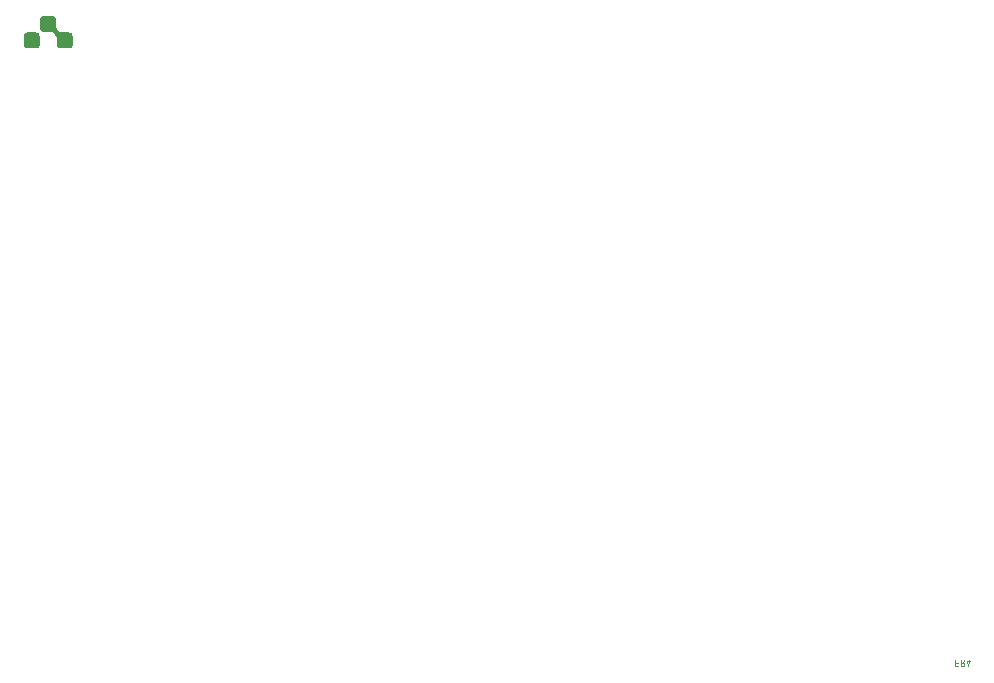
<source format=gbo>
G04 EAGLE Gerber RS-274X export*
G75*
%MOMM*%
%FSLAX34Y34*%
%LPD*%
%INSilkscreen Bottom*%
%IPPOS*%
%AMOC8*
5,1,8,0,0,1.08239X$1,22.5*%
G01*
%ADD10C,0.076200*%

G36*
X48521Y540525D02*
X48521Y540525D01*
X48550Y540523D01*
X49207Y540610D01*
X49243Y540623D01*
X49303Y540635D01*
X49916Y540889D01*
X49946Y540911D01*
X50001Y540939D01*
X50528Y541342D01*
X50552Y541372D01*
X50598Y541412D01*
X51001Y541939D01*
X51017Y541973D01*
X51051Y542025D01*
X51305Y542637D01*
X51311Y542675D01*
X51329Y542727D01*
X51329Y542729D01*
X51330Y542733D01*
X51417Y543390D01*
X51415Y543412D01*
X51420Y543440D01*
X51420Y551060D01*
X51415Y551081D01*
X51417Y551110D01*
X51330Y551767D01*
X51317Y551803D01*
X51305Y551863D01*
X51051Y552476D01*
X51029Y552506D01*
X51001Y552561D01*
X50598Y553088D01*
X50568Y553112D01*
X50528Y553158D01*
X50001Y553561D01*
X49967Y553577D01*
X49916Y553611D01*
X49303Y553865D01*
X49266Y553871D01*
X49207Y553890D01*
X48550Y553977D01*
X48528Y553975D01*
X48500Y553980D01*
X43439Y553980D01*
X42256Y554097D01*
X41136Y554436D01*
X40104Y554988D01*
X39200Y555730D01*
X38458Y556634D01*
X37906Y557666D01*
X37567Y558786D01*
X37450Y559969D01*
X37450Y565030D01*
X37445Y565051D01*
X37447Y565080D01*
X37360Y565737D01*
X37347Y565773D01*
X37335Y565833D01*
X37081Y566446D01*
X37059Y566476D01*
X37031Y566531D01*
X36628Y567058D01*
X36598Y567082D01*
X36558Y567128D01*
X36031Y567531D01*
X35997Y567547D01*
X35946Y567581D01*
X35333Y567835D01*
X35296Y567841D01*
X35237Y567860D01*
X34580Y567947D01*
X34558Y567945D01*
X34530Y567950D01*
X26910Y567950D01*
X26889Y567945D01*
X26860Y567947D01*
X26203Y567860D01*
X26167Y567847D01*
X26107Y567835D01*
X25495Y567581D01*
X25464Y567559D01*
X25409Y567531D01*
X24882Y567128D01*
X24858Y567098D01*
X24812Y567058D01*
X24409Y566531D01*
X24393Y566497D01*
X24359Y566446D01*
X24105Y565833D01*
X24099Y565796D01*
X24080Y565737D01*
X23993Y565080D01*
X23995Y565058D01*
X23990Y565030D01*
X23990Y557410D01*
X23995Y557389D01*
X23993Y557360D01*
X24080Y556703D01*
X24093Y556667D01*
X24105Y556607D01*
X24359Y555995D01*
X24381Y555964D01*
X24409Y555909D01*
X24812Y555382D01*
X24842Y555358D01*
X24882Y555312D01*
X25409Y554909D01*
X25443Y554893D01*
X25495Y554859D01*
X26107Y554605D01*
X26145Y554599D01*
X26203Y554580D01*
X26860Y554493D01*
X26882Y554495D01*
X26910Y554490D01*
X31971Y554490D01*
X33154Y554373D01*
X34274Y554034D01*
X35306Y553482D01*
X36210Y552740D01*
X36952Y551836D01*
X37504Y550804D01*
X37843Y549684D01*
X37960Y548501D01*
X37960Y543440D01*
X37965Y543419D01*
X37963Y543390D01*
X38050Y542733D01*
X38057Y542713D01*
X38057Y542701D01*
X38065Y542686D01*
X38075Y542637D01*
X38329Y542025D01*
X38351Y541994D01*
X38379Y541939D01*
X38782Y541412D01*
X38787Y541409D01*
X38787Y541408D01*
X38794Y541403D01*
X38812Y541388D01*
X38852Y541342D01*
X39379Y540939D01*
X39413Y540923D01*
X39465Y540889D01*
X40077Y540635D01*
X40115Y540629D01*
X40173Y540610D01*
X40830Y540523D01*
X40852Y540525D01*
X40880Y540520D01*
X48500Y540520D01*
X48521Y540525D01*
G37*
G36*
X20581Y540525D02*
X20581Y540525D01*
X20610Y540523D01*
X21267Y540610D01*
X21303Y540623D01*
X21363Y540635D01*
X21976Y540889D01*
X22006Y540911D01*
X22061Y540939D01*
X22588Y541342D01*
X22612Y541372D01*
X22658Y541412D01*
X23061Y541939D01*
X23077Y541973D01*
X23111Y542025D01*
X23365Y542637D01*
X23371Y542675D01*
X23389Y542728D01*
X23389Y542729D01*
X23390Y542733D01*
X23477Y543390D01*
X23475Y543412D01*
X23480Y543440D01*
X23480Y551060D01*
X23475Y551081D01*
X23477Y551110D01*
X23390Y551767D01*
X23377Y551803D01*
X23365Y551863D01*
X23111Y552476D01*
X23089Y552506D01*
X23061Y552561D01*
X22658Y553088D01*
X22628Y553112D01*
X22588Y553158D01*
X22061Y553561D01*
X22027Y553577D01*
X21976Y553611D01*
X21363Y553865D01*
X21326Y553871D01*
X21267Y553890D01*
X20610Y553977D01*
X20588Y553975D01*
X20560Y553980D01*
X12940Y553980D01*
X12919Y553975D01*
X12890Y553977D01*
X12233Y553890D01*
X12197Y553877D01*
X12137Y553865D01*
X11525Y553611D01*
X11494Y553589D01*
X11439Y553561D01*
X10912Y553158D01*
X10888Y553128D01*
X10842Y553088D01*
X10439Y552561D01*
X10423Y552527D01*
X10389Y552476D01*
X10135Y551863D01*
X10129Y551826D01*
X10110Y551767D01*
X10023Y551110D01*
X10025Y551088D01*
X10020Y551060D01*
X10020Y543440D01*
X10025Y543419D01*
X10023Y543390D01*
X10110Y542733D01*
X10117Y542713D01*
X10117Y542701D01*
X10125Y542686D01*
X10135Y542637D01*
X10389Y542025D01*
X10411Y541994D01*
X10439Y541939D01*
X10842Y541412D01*
X10847Y541409D01*
X10847Y541408D01*
X10854Y541403D01*
X10872Y541388D01*
X10912Y541342D01*
X11439Y540939D01*
X11473Y540923D01*
X11525Y540889D01*
X12137Y540635D01*
X12175Y540629D01*
X12233Y540610D01*
X12890Y540523D01*
X12912Y540525D01*
X12940Y540520D01*
X20560Y540520D01*
X20581Y540525D01*
G37*
D10*
X798428Y22667D02*
X798428Y17333D01*
X800799Y17333D01*
X800799Y19704D02*
X798428Y19704D01*
X803215Y17333D02*
X803215Y22667D01*
X803215Y17333D02*
X804696Y17333D01*
X804772Y17335D01*
X804848Y17341D01*
X804924Y17351D01*
X804999Y17364D01*
X805073Y17382D01*
X805147Y17403D01*
X805219Y17428D01*
X805289Y17457D01*
X805359Y17489D01*
X805426Y17525D01*
X805491Y17565D01*
X805555Y17607D01*
X805616Y17653D01*
X805674Y17702D01*
X805730Y17754D01*
X805784Y17808D01*
X805834Y17866D01*
X805881Y17925D01*
X805926Y17988D01*
X805967Y18052D01*
X806004Y18118D01*
X806038Y18187D01*
X806069Y18257D01*
X806096Y18328D01*
X806119Y18401D01*
X806138Y18475D01*
X806154Y18549D01*
X806166Y18625D01*
X806174Y18701D01*
X806178Y18777D01*
X806178Y18853D01*
X806174Y18929D01*
X806166Y19005D01*
X806154Y19081D01*
X806138Y19155D01*
X806119Y19229D01*
X806096Y19302D01*
X806069Y19373D01*
X806038Y19443D01*
X806004Y19512D01*
X805967Y19578D01*
X805926Y19642D01*
X805881Y19705D01*
X805834Y19764D01*
X805784Y19822D01*
X805730Y19876D01*
X805674Y19928D01*
X805616Y19977D01*
X805555Y20023D01*
X805491Y20065D01*
X805426Y20105D01*
X805359Y20141D01*
X805289Y20173D01*
X805219Y20202D01*
X805147Y20227D01*
X805073Y20248D01*
X804999Y20266D01*
X804924Y20279D01*
X804848Y20289D01*
X804772Y20295D01*
X804696Y20297D01*
X804696Y20296D02*
X803215Y20296D01*
X804993Y20296D02*
X806178Y22667D01*
X808656Y21482D02*
X809841Y17333D01*
X808656Y21482D02*
X811619Y21482D01*
X810730Y22667D02*
X810730Y20296D01*
M02*

</source>
